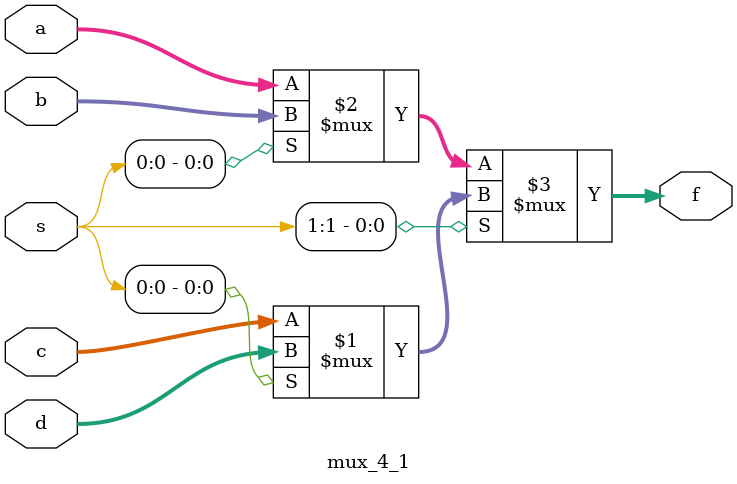
<source format=sv>
module mux_4_1 
#(
   parameter XLEN = 32
)

(
   a,
   b,
   c,
   d,
   s,
   f
);

input  logic   [XLEN-1:0]  a;
input  logic   [XLEN-1:0]  b;
input  logic   [XLEN-1:0]  c;
input  logic   [XLEN-1:0]  d;
input  logic   [1:0]       s;
output logic   [XLEN-1:0]  f;

assign f = s[1] ? (s[0] ? d : c) : (s[0] ? b : a);

//always @(*)
//begin
//   case(s)
//      2'b00: f = a;
//      2'b01: f = b;
//      2'b10: f = c;
//      2'b11: f = d;
//   endcase
//end
endmodule 
</source>
